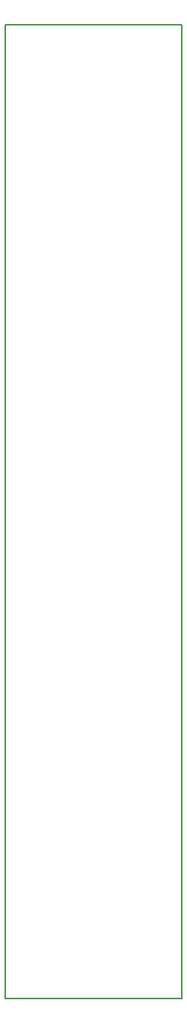
<source format=gbr>
%TF.GenerationSoftware,KiCad,Pcbnew,(5.1.6-0)*%
%TF.CreationDate,2020-10-27T19:58:16-07:00*%
%TF.ProjectId,circuit_board,63697263-7569-4745-9f62-6f6172642e6b,rev?*%
%TF.SameCoordinates,Original*%
%TF.FileFunction,Profile,NP*%
%FSLAX46Y46*%
G04 Gerber Fmt 4.6, Leading zero omitted, Abs format (unit mm)*
G04 Created by KiCad (PCBNEW (5.1.6-0)) date 2020-10-27 19:58:16*
%MOMM*%
%LPD*%
G01*
G04 APERTURE LIST*
%TA.AperFunction,Profile*%
%ADD10C,0.200000*%
%TD*%
G04 APERTURE END LIST*
D10*
X78410267Y-151674327D02*
X78410267Y-41773648D01*
X98379109Y-151674327D02*
X78410267Y-151674327D01*
X98379109Y-41773648D02*
X98379109Y-151674327D01*
X78410267Y-41773648D02*
X98379109Y-41773648D01*
M02*

</source>
